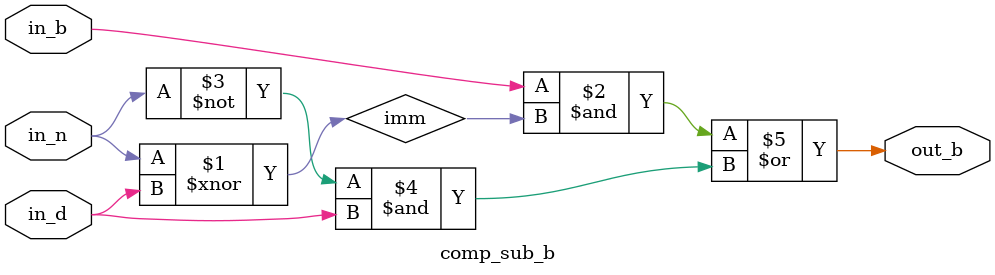
<source format=v>
module comp_sub_b(
    input in_n,
    input in_d,
    input in_b,
    output out_b
);
    wire imm;
    assign imm = in_n ~^ in_d;
    assign out_b =  (in_b & imm) | (~in_n & in_d);
endmodule
</source>
